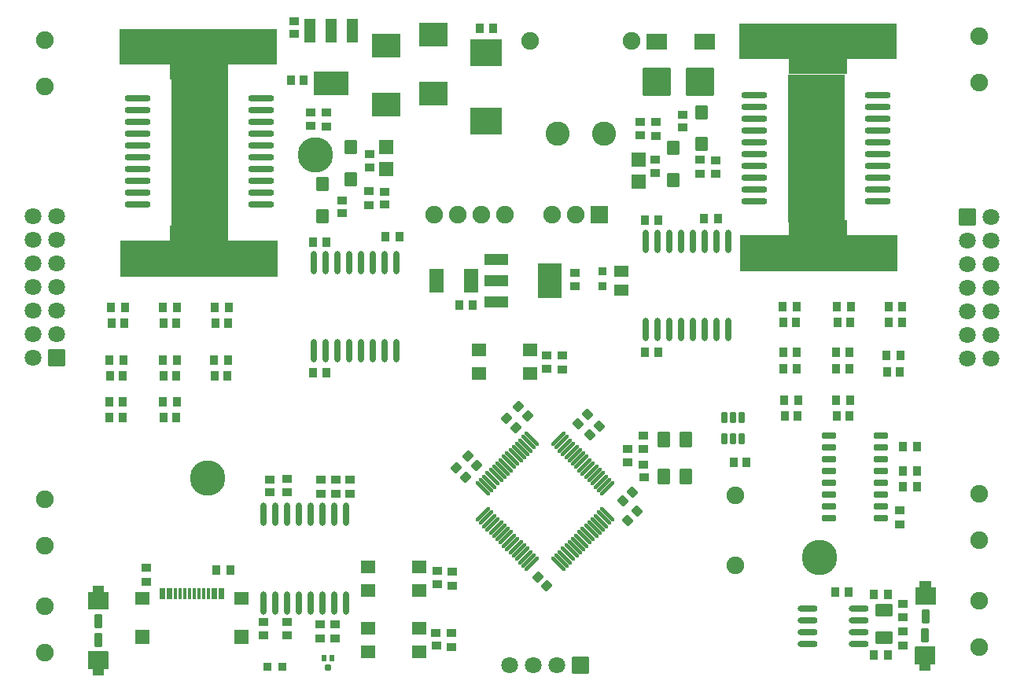
<source format=gts>
G04 Layer: TopSolderMaskLayer*
G04 EasyEDA Pro v2.1.57.773a98f1.225d47, 2025-02-25 21:56:38*
G04 Gerber Generator version 0.3*
G04 Scale: 100 percent, Rotated: No, Reflected: No*
G04 Dimensions in millimeters*
G04 Leading zeros omitted, absolute positions, 3 integers and 5 decimals*
%FSLAX35Y35*%
%MOMM*%
%AMRoundRect*1,1,$1,$2,$3*1,1,$1,$4,$5*1,1,$1,0-$2,0-$3*1,1,$1,0-$4,0-$5*20,1,$1,$2,$3,$4,$5,0*20,1,$1,$4,$5,0-$2,0-$3,0*20,1,$1,0-$2,0-$3,0-$4,0-$5,0*20,1,$1,0-$4,0-$5,$2,$3,0*4,1,4,$2,$3,$4,$5,0-$2,0-$3,0-$4,0-$5,$2,$3,0*%
%AMOval*1,1,$1,$2,$3*1,1,$1,$4,$5*20,1,$1,$2,$3,$4,$5,0*%
%ADD10C,3.802*%
%ADD11RoundRect,0.09461X0.75349X0.63999X0.75349X-0.63999*%
%ADD12RoundRect,0.09164X0.40518X-0.40518X-0.40518X-0.40518*%
%ADD13RoundRect,0.09387X-0.69237X-0.57013X-0.69237X0.57013*%
%ADD14RoundRect,0.09164X0.60836X-0.03546X0.03525X-0.60837*%
%ADD15RoundRect,0.09164X-0.03578X-0.60834X-0.60839X-0.03493*%
%ADD16RoundRect,0.09164X0.60826X-0.03716X0.03355X-0.60847*%
%ADD17RoundRect,0.0930X0.03536X0.60837X0.60837X0.03536*%
%ADD18RoundRect,0.09164X0.03536X0.60837X0.60837X0.03536*%
%ADD19RoundRect,0.09164X0.03387X0.60845X0.60828X0.03684*%
%ADD20RoundRect,0.09164X0.45553X0.40478X0.45483X-0.40558*%
%ADD21RoundRect,0.09138X-0.43768X-0.40774X-0.43654X0.40896*%
%ADD22RoundRect,0.09618X0.85271X-0.85271X-0.85271X-0.85271*%
%ADD23C,1.8016*%
%ADD24RoundRect,0.09164X-0.40518X0.45518X0.40518X0.45518*%
%ADD25RoundRect,0.09164X0.40518X-0.45518X-0.40518X-0.45518*%
%ADD26RoundRect,0.09164X0.40518X-0.45518X-0.40518X-0.45518*%
%ADD27RoundRect,0.09164X0.45213X0.40859X0.45821X-0.40175*%
%ADD28RoundRect,0.09164X-0.45589X-0.40439X-0.45447X0.40597*%
%ADD29RoundRect,0.08807X0.68926X0.28676X0.68926X-0.28676*%
%ADD30RoundRect,0.09138X-0.40835X0.43712X0.40835X0.43712*%
%ADD31RoundRect,0.09138X0.43712X0.40835X0.43712X-0.40835*%
%ADD32RoundRect,0.09164X-0.45518X-0.40518X-0.45518X0.40518*%
%ADD33RoundRect,0.09164X0.45518X0.40518X0.45518X-0.40518*%
%ADD34RoundRect,0.09138X-0.43712X-0.40835X-0.43712X0.40835*%
%ADD35O,2.7971X0.7526*%
%ADD36RoundRect,0.09994X3.00083X7.95083X3.00083X-7.95083*%
%ADD37RoundRect,0.09804X1.65177X1.35178X1.65177X-1.35178*%
%ADD38RoundRect,0.09138X0.40835X-0.43712X-0.40835X-0.43712*%
%ADD39RoundRect,0.09502X0.9025X-0.9025X-0.9025X-0.9025*%
%ADD40C,1.90002*%
%ADD41RoundRect,0.09336X1.23662X-0.52912X-1.23662X-0.52912*%
%ADD42RoundRect,0.09773X1.23443X-1.77193X-1.23443X-1.77193*%
%ADD43O,2.1466X0.68961*%
%ADD44RoundRect,0.08949X-0.38027X-0.69527X-0.38027X0.69527*%
%ADD45RoundRect,0.08949X0.38027X0.69527X0.38027X-0.69527*%
%ADD46RoundRect,0.09428X0.85416X0.60742X0.85416X-0.60742*%
%ADD47C,1.9016*%
%ADD48RoundRect,0.09138X-0.43461X-0.41101X-0.4396X0.40567*%
%ADD49RoundRect,0.09459X0.60314X0.80412X0.60426X-0.80328*%
%ADD50RoundRect,0.09461X0.75405X0.63934X0.75294X-0.64065*%
%ADD51RoundRect,0.09164X0.45234X0.40835X0.458X-0.40199*%
%ADD52RoundRect,0.09138X0.40835X-0.43712X-0.40835X-0.43712*%
%ADD53RoundRect,0.09336X-0.52912X-1.23662X-0.52912X1.23662*%
%ADD54RoundRect,0.09773X-1.77193X-1.23443X-1.77193X1.23443*%
%ADD55RoundRect,0.09994X-3.00083X-7.95083X-3.00083X7.95083*%
%ADD56C,2.6016*%
%ADD57RoundRect,0.09414X-0.75294X0.75294X0.75294X0.75294*%
%ADD58RoundRect,0.09288X-0.75357X0.60357X0.75357X0.60357*%
%ADD59RoundRect,0.08002X-0.16X0.58501X0.16X0.58501*%
%ADD60O,0.67599X2.5025*%
%ADD61RoundRect,0.09618X-0.85271X-0.85271X-0.85271X0.85271*%
%ADD62RoundRect,0.09618X0.85271X0.85271X0.85271X-0.85271*%
%ADD63RoundRect,0.09164X-0.02218X-0.60899X-0.60746X-0.04851*%
%ADD64RoundRect,0.09164X0.05X0.60734X0.60904X0.02069*%
%ADD65RoundRect,0.09164X0.60827X-0.03705X0.03366X-0.60846*%
%ADD66RoundRect,0.09594X-1.02602X0.81284X1.02602X0.81284*%
%ADD67RoundRect,0.09828X-1.45666X1.45696X1.45666X1.45696*%
%ADD68RoundRect,0.09164X0.60814X-0.03907X0.03164X-0.60857*%
%ADD69RoundRect,0.08787X0.27307X-0.54307X-0.27307X-0.54307*%
%ADD70Oval,0.4016X0.60104X-0.60104X-0.60104X0.60104*%
%ADD71Oval,0.4016X-0.60104X-0.60104X0.60104X0.60104*%
%ADD72RoundRect,0.09164X0.40518X0.40518X0.40518X-0.40518*%
%ADD73RoundRect,0.09534X0.68278X0.75333X0.68278X-0.75333*%
%ADD74RoundRect,0.09534X-0.68278X-0.75333X-0.68278X0.75333*%
%ADD75RoundRect,0.09592X-0.75616X1.19104X0.75616X1.19104*%
%ADD76RoundRect,0.09815X-1.50687X-1.25192X-1.50687X1.25192*%
%ADD77RoundRect,0.09815X1.50687X1.25192X1.50687X-1.25192*%
%ADD78C,1.902*%
%ADD79RoundRect,0.09459X-0.6037X-0.7037X-0.6037X0.7037*%
%ADD80RoundRect,0.09459X0.6037X0.7037X0.6037X-0.7037*%
%ADD81RoundRect,0.08656X-0.24267X0.26807X0.24267X0.26807*%
%ADD82RoundRect,0.08764X-0.26753X0.26753X0.26753X0.26753*%
G75*


G04 Rect Start*
G36*
G01X12471943Y5479246D02*
G01X12471943Y5281886D01*
G01X13098003D01*
G01Y5479246D01*
G01X12471943D01*
G37*
G36*
G01X11938461Y5827912D02*
G01X11938461Y5440553D01*
G01X13631527D01*
G01Y5827912D01*
G01X11938461D01*
G37*
G36*
G01X13098058Y3509653D02*
G01X13098058Y3707013D01*
G01X12471998D01*
G01Y3509653D01*
G01X13098058D01*
G37*
G36*
G01X13641540Y3160986D02*
G01X13641540Y3548346D01*
G01X11948474D01*
G01Y3160986D01*
G01X13641540D01*
G37*
G36*
G01X5269459Y5767014D02*
G01X5269459Y5379654D01*
G01X6962525D01*
G01Y5767014D01*
G01X5269459D01*
G37*
G36*
G01X6439056Y3448755D02*
G01X6439056Y3646115D01*
G01X5812996D01*
G01Y3448755D01*
G01X6439056D01*
G37*
G36*
G01X6972538Y3100088D02*
G01X6972538Y3487448D01*
G01X5279472D01*
G01Y3100088D01*
G01X6972538D01*
G37*
G36*
G01X5812941Y5418347D02*
G01X5812941Y5220987D01*
G01X6439001D01*
G01Y5418347D01*
G01X5812941D01*
G37*
G04 Rect End*

G04 Pad Start*
G54D10*
G01X7375985Y4407991D03*
G01X6216988Y931998D03*
G01X12804974Y76000D03*
G54D11*
G01X9685014Y2053008D03*
G01X9135003Y2052994D03*
G01X9134996Y2306994D03*
G01X9685008Y2307008D03*
G54D12*
G01X10465317Y2998047D03*
G01X10464631Y3157940D03*
G54D13*
G01X10673979Y3154994D03*
G01X10673979Y2954994D03*
G54D14*
G01X10331468Y1392510D03*
G01X10430490Y1491485D03*
G54D15*
G01X9768518Y-132463D03*
G01X9867442Y-231536D03*
G54D16*
G01X10741336Y472644D03*
G01X10840621Y571354D03*
G54D18*
G01X8989501Y942498D03*
G01X8890509Y1041503D03*
G54D19*
G01X9534603Y1474621D03*
G01X9435359Y1573373D03*
G54D20*
G01X9863944Y2107999D03*
G01X9864064Y2248004D03*
G54D21*
G01X10034513Y2253517D03*
G01X10034299Y2102844D03*
G54D22*
G01X10231005Y-1084000D03*
G54D23*
G01X9977005Y-1084000D03*
G01X9723005Y-1084000D03*
G01X9469005Y-1084000D03*
G54D24*
G01X12556977Y2110996D03*
G01X12416973Y2110996D03*
G54D25*
G01X13530970Y2073996D03*
G01X13670975Y2073996D03*
G54D26*
G01X5740001Y1580001D03*
G01X5880006Y1580001D03*
G01X5160000Y1580001D03*
G01X5300005Y1580001D03*
G01X5740001Y2030001D03*
G01X5880006Y2030001D03*
G01X5166087Y2030001D03*
G01X5306092Y2030001D03*
G01X5180001Y2600009D03*
G01X5320005Y2600009D03*
G54D24*
G01X6430006Y2029993D03*
G01X6290001Y2029993D03*
G54D26*
G01X6300001Y2600009D03*
G01X6440006Y2600009D03*
G54D24*
G01X13135201Y2602991D03*
G01X12995197Y2602991D03*
G54D27*
G01X10911439Y936778D03*
G01X10910390Y1076779D03*
G54D28*
G01X10908029Y1385919D03*
G01X10907786Y1245915D03*
G54D29*
G01X12906750Y1391500D03*
G01X12906750Y1264500D03*
G01X12906750Y1137500D03*
G01X12906750Y1010500D03*
G01X12906750Y883500D03*
G01X12906750Y756500D03*
G01X12906750Y629500D03*
G01X12906750Y502500D03*
G01X13463264Y502500D03*
G01X13463264Y629500D03*
G01X13463264Y756500D03*
G01X13463264Y883500D03*
G01X13463264Y1010500D03*
G01X13463264Y1137500D03*
G01X13463264Y1264500D03*
G01X13463264Y1391500D03*
G54D30*
G01X13855344Y1270001D03*
G01X13704671Y1270001D03*
G01X13850331Y1010500D03*
G01X13699659Y1010500D03*
G01X13852331Y839499D03*
G01X13701659Y839499D03*
G54D31*
G01X7499034Y4718660D03*
G01X7499034Y4869333D03*
G54D32*
G01X7324034Y4863994D03*
G01X7324034Y4723989D03*
G01X8125033Y4013001D03*
G01X8125033Y3872996D03*
G01X7664033Y3920001D03*
G01X7664033Y3779996D03*
G54D33*
G01X7961033Y4276995D03*
G01X7961033Y4417000D03*
G54D31*
G01X7952033Y3867667D03*
G01X7952033Y4018340D03*
G54D33*
G01X11689955Y4209982D03*
G01X11689955Y4349987D03*
G01X10874978Y4624988D03*
G01X10874978Y4764993D03*
G01X11330977Y4702988D03*
G01X11330977Y4842993D03*
G54D32*
G01X11034978Y4355995D03*
G01X11034978Y4215991D03*
G54D34*
G01X11040203Y4765126D03*
G01X11040203Y4614453D03*
G54D35*
G01X12101206Y5049491D03*
G01X12101206Y4922491D03*
G01X12101206Y4795491D03*
G01X12101206Y4668491D03*
G01X12101206Y4541491D03*
G01X12101206Y4414491D03*
G01X12101206Y4287491D03*
G01X12101206Y4160491D03*
G01X12101206Y4033491D03*
G01X12101206Y3906491D03*
G01X13430743Y5049491D03*
G01X13430743Y4922491D03*
G01X13430743Y4795491D03*
G01X13430743Y4668491D03*
G01X13430743Y4541491D03*
G01X13430743Y4414491D03*
G01X13430743Y4287491D03*
G01X13430743Y4160491D03*
G01X13430743Y4033491D03*
G01X13430743Y3906491D03*
G54D36*
G01X12765974Y4477991D03*
G54D34*
G01X11519977Y4355328D03*
G01X11519977Y4204655D03*
G54D37*
G01X9212992Y4771359D03*
G01X9212992Y5508620D03*
G54D26*
G01X9148990Y5773988D03*
G01X9288995Y5773988D03*
G54D38*
G01X5734662Y1754001D03*
G01X5885334Y1754001D03*
G01X5734662Y2196994D03*
G01X5885334Y2196994D03*
G01X5174661Y2770003D03*
G01X5325334Y2770003D03*
G01X6294662Y2768009D03*
G01X6445335Y2768009D03*
G54D30*
G01X5305334Y1753012D03*
G01X5154661Y1753012D03*
G01X5311421Y2202007D03*
G01X5160748Y2202007D03*
G01X6435345Y2196987D03*
G01X6284672Y2196987D03*
G54D39*
G01X10428981Y3766992D03*
G54D40*
G01X10174981Y3766992D03*
G01X9920981Y3766992D03*
G01X9412981Y3766992D03*
G01X9158981Y3766992D03*
G01X8904981Y3766992D03*
G01X8650981Y3766992D03*
G54D26*
G01X8928978Y2795994D03*
G01X9068983Y2795994D03*
G54D41*
G01X9326231Y3286991D03*
G01X9326231Y3056994D03*
G01X9326231Y2826997D03*
G54D42*
G01X9897731Y3056994D03*
G54D32*
G01X10169980Y3139996D03*
G01X10169980Y2999991D03*
G54D25*
G01X10927976Y2285995D03*
G01X11067980Y2285995D03*
G01X10923976Y3709993D03*
G01X11063980Y3709993D03*
G54D38*
G01X8128647Y3530993D03*
G01X8279320Y3530993D03*
G54D26*
G01X7353983Y2067996D03*
G01X7493988Y2067996D03*
G54D25*
G01X7351450Y3470557D03*
G01X7491454Y3470557D03*
G54D30*
G01X11709313Y3724993D03*
G01X11558640Y3724993D03*
G54D43*
G01X12674756Y-471483D03*
G01X12674756Y-598483D03*
G01X12674756Y-725483D03*
G01X12674756Y-852483D03*
G01X13229238Y-471483D03*
G01X13229238Y-598483D03*
G01X13229238Y-725483D03*
G01X13229238Y-852483D03*
G54D31*
G01X13701973Y-869335D03*
G01X13701973Y-718662D03*
G54D34*
G01X13701973Y-420663D03*
G01X13701973Y-571335D03*
G54D44*
G01X13940971Y-759394D03*
G36*
G01X13885970Y-1144605D02*
G02X13880969Y-1139604I0J5001D01*
G01Y-1076604D01*
G01X13835970D01*
G02X13830969Y-1071603I0J5001D01*
G01Y-889604D01*
G02X13835970Y-884603I5001J0D01*
G01X14045972D01*
G02X14050973Y-889604I0J-5001D01*
G01Y-1071603D01*
G02X14045972Y-1076604I-5001J0D01*
G01X14000974D01*
G01Y-1139604D01*
G02X13995972Y-1144605I-5001J0D01*
G01X13885970D01*
G37*
G54D45*
G01X13942972Y-560606D03*
G36*
G01X13837971Y-435397D02*
G02X13832970Y-430396I0J5001D01*
G01Y-248397D01*
G02X13837971Y-243396I5001J0D01*
G01X13882970D01*
G01Y-180396D01*
G02X13887971Y-175395I5001J0D01*
G01X13997973D01*
G02X14002975Y-180396I0J-5001D01*
G01Y-243396D01*
G01X14047973D01*
G02X14052974Y-248397I0J-5001D01*
G01Y-430396D01*
G02X14047973Y-435397I-5001J0D01*
G01X13837971D01*
G37*
G54D30*
G01X13539309Y-970998D03*
G01X13388637Y-970998D03*
G01X13537309Y-318999D03*
G01X13386637Y-318999D03*
G54D24*
G01X13116998Y-300983D03*
G01X12976993Y-300983D03*
G54D46*
G01X13497972Y-787878D03*
G01X13497972Y-492120D03*
G54D44*
G01X5037990Y-810391D03*
G36*
G01X4982989Y-1195602D02*
G02X4977988Y-1190601I0J5001D01*
G01Y-1127602D01*
G01X4932989D01*
G02X4927988Y-1122600I0J5001D01*
G01Y-940602D01*
G02X4932989Y-935600I5001J0D01*
G01X5142991D01*
G02X5147992Y-940602I0J-5001D01*
G01Y-1122600D01*
G02X5142991Y-1127602I-5001J0D01*
G01X5097992D01*
G01Y-1190601D01*
G02X5092991Y-1195602I-5001J0D01*
G01X4982989D01*
G37*
G54D45*
G01X5037990Y-611606D03*
G36*
G01X4932989Y-486397D02*
G02X4927988Y-481396I0J5001D01*
G01Y-299397D01*
G02X4932989Y-294396I5001J0D01*
G01X4977988D01*
G01Y-231396D01*
G02X4982989Y-226395I5001J0D01*
G01X5092991D01*
G02X5097992Y-231396I0J-5001D01*
G01Y-294396D01*
G01X5142991D01*
G02X5147992Y-299397I0J-5001D01*
G01Y-481396D01*
G02X5142991Y-486397I-5001J0D01*
G01X4932989D01*
G37*
G54D47*
G01X14521988Y5189990D03*
G01X14521988Y5689989D03*
G01X4460999Y5642989D03*
G01X4460999Y5142990D03*
G54D11*
G01X8495010Y-277000D03*
G01X7944999Y-277000D03*
G01X7944999Y-23000D03*
G01X8495010Y-23000D03*
G54D33*
G01X8688030Y-211011D03*
G01X8688030Y-71006D03*
G54D34*
G01X8853093Y-78457D03*
G01X8853093Y-229130D03*
G54D48*
G01X10740522Y1247279D03*
G01X10741453Y1096609D03*
G54D49*
G01X11125856Y1348918D03*
G01X11126120Y948919D03*
G01X11366099Y949077D03*
G01X11365835Y1349076D03*
G54D50*
G01X8494907Y-937225D03*
G01X7944895Y-936776D03*
G01X7945102Y-682776D03*
G01X8495114Y-683225D03*
G54D51*
G01X8676527Y-875006D03*
G01X8675544Y-735004D03*
G54D34*
G01X8840851Y-737484D03*
G01X8840851Y-888157D03*
G54D24*
G01X12550009Y2602991D03*
G01X12410004Y2602991D03*
G01X13689975Y2602991D03*
G01X13549970Y2602991D03*
G54D52*
G01X12411644Y2280976D03*
G01X12562317Y2280976D03*
G01X13525631Y2248991D03*
G01X13676304Y2248991D03*
G01X12983820Y1770977D03*
G01X13134493Y1770977D03*
G54D24*
G01X13129154Y1600997D03*
G01X12989149Y1600997D03*
G54D30*
G01X5885345Y2767001D03*
G01X5734672Y2767001D03*
G54D24*
G01X5880006Y2600001D03*
G01X5740001Y2600001D03*
G01X13122976Y2108996D03*
G01X12982971Y2108996D03*
G01X12569977Y1600997D03*
G01X12429973Y1600997D03*
G54D30*
G01X12555350Y2777988D03*
G01X12404677Y2777988D03*
G01X13695314Y2772971D03*
G01X13544641Y2772971D03*
G01X13128315Y2284991D03*
G01X12977643Y2284991D03*
G01X12575316Y1770977D03*
G01X12424644Y1770977D03*
G54D52*
G01X12989868Y2775994D03*
G01X13140540Y2775994D03*
G54D53*
G01X7774976Y5748742D03*
G01X7544979Y5748742D03*
G01X7314982Y5748742D03*
G54D54*
G01X7544979Y5177242D03*
G54D26*
G01X7109983Y5210990D03*
G01X7249988Y5210990D03*
G54D32*
G01X7150980Y5852994D03*
G01X7150980Y5712989D03*
G54D35*
G01X6793767Y3876500D03*
G01X6793767Y4003500D03*
G01X6793767Y4130500D03*
G01X6793767Y4257500D03*
G01X6793767Y4384500D03*
G01X6793767Y4511500D03*
G01X6793767Y4638500D03*
G01X6793767Y4765500D03*
G01X6793767Y4892500D03*
G01X6793767Y5019500D03*
G01X5464230Y3876500D03*
G01X5464230Y4003500D03*
G01X5464230Y4130500D03*
G01X5464230Y4257500D03*
G01X5464230Y4384500D03*
G01X5464230Y4511500D03*
G01X5464230Y4638500D03*
G01X5464230Y4765500D03*
G01X5464230Y4892500D03*
G01X5464230Y5019500D03*
G54D55*
G01X6128998Y4448000D03*
G54D34*
G01X7431001Y-644662D03*
G01X7431001Y-795335D03*
G01X7587000Y-645662D03*
G01X7587000Y-796335D03*
G01X7438001Y914335D03*
G01X7438001Y763662D03*
G01X7593000Y914335D03*
G01X7593000Y763662D03*
G54D33*
G01X7072001Y-763001D03*
G01X7072001Y-622996D03*
G01X6814002Y-763001D03*
G01X6814002Y-622996D03*
G54D32*
G01X7068001Y918001D03*
G01X7068001Y777996D03*
G54D56*
G01X10483979Y4636991D03*
G01X9983980Y4636991D03*
G54D47*
G01X9683981Y5636989D03*
G01X10783978Y5636989D03*
G54D57*
G01X5514492Y-784022D03*
G54D58*
G01X5514492Y-364007D03*
G01X6579514Y-363982D03*
G54D57*
G01X6579514Y-784022D03*
G54D59*
G01X6379515Y-315976D03*
G01X5714492Y-315976D03*
G01X6354496Y-315976D03*
G01X5739511Y-315976D03*
G01X6299505Y-315976D03*
G01X5794502Y-315976D03*
G01X6274511Y-315976D03*
G01X5819496Y-315976D03*
G01X6222009Y-315976D03*
G01X6171997Y-315976D03*
G01X6122010Y-315976D03*
G01X6071997Y-315976D03*
G01X6022010Y-315976D03*
G01X5971997Y-315976D03*
G01X5922010Y-315976D03*
G01X5871997Y-315976D03*
G54D31*
G01X5554004Y-185336D03*
G01X5554004Y-34663D03*
G54D60*
G01X6814501Y-412031D03*
G01X6941501Y-412031D03*
G01X7068501Y-412031D03*
G01X7195501Y-412031D03*
G01X7322501Y-412031D03*
G01X7449501Y-412031D03*
G01X7576501Y-412031D03*
G01X7703501Y-412031D03*
G01X6814501Y538031D03*
G01X6941501Y538031D03*
G01X7068501Y538031D03*
G01X7195501Y538031D03*
G01X7322501Y538031D03*
G01X7449501Y538031D03*
G01X7576501Y538031D03*
G01X7703501Y538031D03*
G54D33*
G01X6888002Y776996D03*
G01X6888002Y917001D03*
G54D31*
G01X7752000Y763662D03*
G01X7752000Y914335D03*
G54D30*
G01X6462339Y-60000D03*
G01X6311666Y-60000D03*
G54D61*
G01X4588000Y2224000D03*
G54D23*
G01X4334000Y2224000D03*
G01X4588000Y2478000D03*
G01X4334000Y2478000D03*
G01X4588000Y2732000D03*
G01X4334000Y2732000D03*
G01X4588000Y2986000D03*
G01X4334000Y2986000D03*
G01X4588000Y3240000D03*
G01X4334000Y3240000D03*
G01X4588000Y3494000D03*
G01X4334000Y3494000D03*
G01X4588000Y3748000D03*
G01X4334000Y3748000D03*
G54D62*
G01X14396971Y3738994D03*
G54D23*
G01X14650971Y3738994D03*
G01X14396971Y3484994D03*
G01X14650971Y3484994D03*
G01X14396971Y3230994D03*
G01X14650971Y3230994D03*
G01X14396971Y2976994D03*
G01X14650971Y2976994D03*
G01X14396971Y2722994D03*
G01X14650971Y2722994D03*
G01X14396971Y2468994D03*
G01X14650971Y2468994D03*
G01X14396971Y2214994D03*
G01X14650971Y2214994D03*
G54D47*
G01X4459991Y700118D03*
G01X4459991Y200119D03*
G01X14522971Y260000D03*
G01X14522971Y759999D03*
G54D63*
G01X9562425Y1697416D03*
G01X9663536Y1600577D03*
G54D64*
G01X9116271Y1065317D03*
G01X9019693Y1166678D03*
G54D65*
G01X10203343Y1516636D03*
G01X10302616Y1615358D03*
G54D66*
G01X11563517Y5625989D03*
G01X11050437Y5625989D03*
G54D67*
G01X11512972Y5200990D03*
G01X11046983Y5200990D03*
G54D31*
G01X13663973Y431663D03*
G01X13663973Y582335D03*
G54D68*
G01X10687180Y682801D03*
G01X10786777Y781196D03*
G54D69*
G01X11966972Y1583907D03*
G01X11871976Y1583907D03*
G01X11776980Y1583907D03*
G01X11776980Y1354088D03*
G01X11871976Y1354088D03*
G01X11966972Y1354088D03*
G54D26*
G01X11879998Y1100000D03*
G01X12020003Y1100000D03*
G54D70*
G01X10521747Y538597D03*
G01X10486382Y503233D03*
G01X10451036Y467887D03*
G01X10415672Y432523D03*
G01X10380325Y397176D03*
G01X10344961Y361812D03*
G01X10309615Y326466D03*
G01X10274251Y291101D03*
G01X10238904Y255755D03*
G01X10203540Y220391D03*
G01X10168194Y185045D03*
G01X10132830Y149680D03*
G01X10097483Y114334D03*
G01X10062119Y78970D03*
G01X10026773Y43624D03*
G01X9991409Y8259D03*
G54D71*
G01X9708602Y8259D03*
G01X9673238Y43624D03*
G01X9637892Y78970D03*
G01X9602528Y114334D03*
G01X9567181Y149680D03*
G01X9531817Y185045D03*
G01X9496471Y220391D03*
G01X9461106Y255755D03*
G01X9425760Y291101D03*
G01X9390396Y326466D03*
G01X9355050Y361812D03*
G01X9319685Y397176D03*
G01X9284339Y432523D03*
G01X9248975Y467887D03*
G01X9213629Y503233D03*
G01X9178264Y538597D03*
G54D70*
G01X9178264Y821404D03*
G01X9213629Y856768D03*
G01X9248975Y892114D03*
G01X9284339Y927478D03*
G01X9319685Y962825D03*
G01X9355050Y998189D03*
G01X9390396Y1033535D03*
G01X9425760Y1068899D03*
G01X9461106Y1104246D03*
G01X9496471Y1139610D03*
G01X9531817Y1174956D03*
G01X9567181Y1210320D03*
G01X9602528Y1245667D03*
G01X9637892Y1281031D03*
G01X9673238Y1316377D03*
G01X9708602Y1351742D03*
G54D71*
G01X9991409Y1351742D03*
G01X10026773Y1316377D03*
G01X10062119Y1281031D03*
G01X10097483Y1245667D03*
G01X10132830Y1210320D03*
G01X10168194Y1174956D03*
G01X10203540Y1139610D03*
G01X10238904Y1104246D03*
G01X10274251Y1068899D03*
G01X10309615Y1033535D03*
G01X10344961Y998189D03*
G01X10380325Y962825D03*
G01X10415672Y927478D03*
G01X10451036Y892114D03*
G01X10486382Y856768D03*
G01X10521747Y821404D03*
G54D60*
G01X7361484Y2300964D03*
G01X7488484Y2300964D03*
G01X7615484Y2300964D03*
G01X7742484Y2300964D03*
G01X7869484Y2300964D03*
G01X7996484Y2300964D03*
G01X8123484Y2300964D03*
G01X8250484Y2300964D03*
G01X7361484Y3251025D03*
G01X7488484Y3251025D03*
G01X7615484Y3251025D03*
G01X7742484Y3251025D03*
G01X7869484Y3251025D03*
G01X7996484Y3251025D03*
G01X8123484Y3251025D03*
G01X8250484Y3251025D03*
G01X10932477Y2528963D03*
G01X11059477Y2528963D03*
G01X11186477Y2528963D03*
G01X11313477Y2528963D03*
G01X11440477Y2528963D03*
G01X11567477Y2528963D03*
G01X11694477Y2528963D03*
G01X11821477Y2528963D03*
G01X10932477Y3479025D03*
G01X11059477Y3479025D03*
G01X11186477Y3479025D03*
G01X11313477Y3479025D03*
G01X11440477Y3479025D03*
G01X11567477Y3479025D03*
G01X11694477Y3479025D03*
G01X11821477Y3479025D03*
G54D47*
G01X11899976Y747996D03*
G01X11899976Y-11997D03*
G54D72*
G01X7019948Y-1099660D03*
G01X6860055Y-1100346D03*
G54D73*
G01X8138032Y4496987D03*
G01X8138032Y4257008D03*
G54D74*
G01X10856979Y4119003D03*
G01X10856979Y4358983D03*
G54D75*
G01X9053035Y3057994D03*
G01X8680925Y3057994D03*
G54D76*
G01X8644993Y5066343D03*
G01X8644993Y5705635D03*
G54D77*
G01X8141994Y5590636D03*
G01X8141994Y4951343D03*
G54D78*
G01X4460000Y-451880D03*
G01X4460000Y-951879D03*
G01X14521971Y-891998D03*
G01X14521971Y-391999D03*
G54D79*
G01X7757023Y4149498D03*
G01X7757023Y4496487D03*
G01X7449994Y3746502D03*
G01X7449994Y4093492D03*
G54D80*
G01X11228988Y4483493D03*
G01X11228988Y4136503D03*
G01X11534987Y4871492D03*
G01X11534987Y4524503D03*
G54D81*
G01X7552005Y-1006998D03*
G01X7471995Y-1006998D03*
G54D82*
G01X7512000Y-1106998D03*
G04 Pad End*

M02*

</source>
